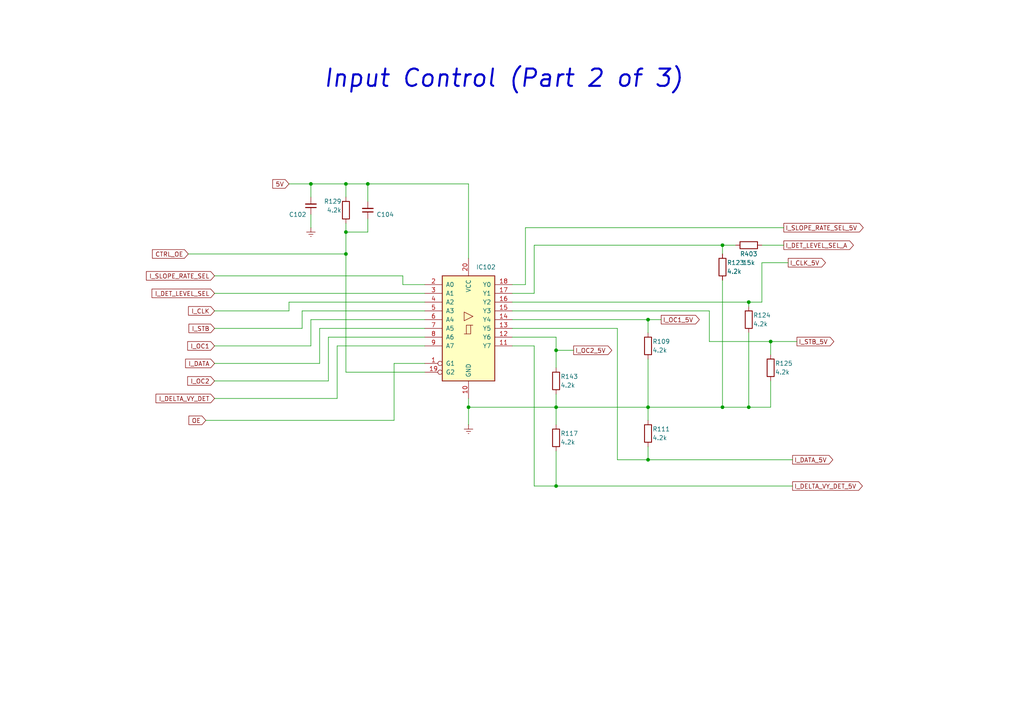
<source format=kicad_sch>
(kicad_sch (version 20231120) (generator "eeschema") (generator_version "8.0")
  (paper "A4")
  (title_block (title "Y BOARD LG PLASMA TV PANEL") (date "2025-03-24") (rev "1.0") (comment 1 "Author: Fábio Pereira da Silva") (comment 2 "Input Control (Part 2 of 3)"))
  (lib_symbols
    (symbol "74xx:74AHC541" (pin_names (offset 1.016))
      (property "Reference" "U" (at -7.62 16.51 0))
      (property "Value" "74AHC541" (at -7.62 -16.51 0))
      (symbol "74AHC541_1_0"
        (polyline (pts (xy -0.635 -1.6002) (xy -0.635 0.9398) (xy 0.635 0.9398)))
        (polyline (pts (xy -1.27 -1.6002) (xy 0.635 -1.6002) (xy 0.635 0.9398) (xy 1.27 0.9398)))
        (polyline (pts (xy 1.27 3.4798) (xy -1.27 4.7498) (xy -1.27 2.2098) (xy 1.27 3.4798)) (stroke (width 0.1524)))
        (pin input inverted (at -12.7 -10.16 0) (length 5.08) (name "G1") (number "1"))
        (pin power_in line (at 0 -20.32 90) (length 5.08) (name "GND") (number "10"))
        (pin tri_state line (at 12.7 -5.08 180) (length 5.08) (name "Y7") (number "11"))
        (pin tri_state line (at 12.7 -2.54 180) (length 5.08) (name "Y6") (number "12"))
        (pin tri_state line (at 12.7 0 180) (length 5.08) (name "Y5") (number "13"))
        (pin tri_state line (at 12.7 2.54 180) (length 5.08) (name "Y4") (number "14"))
        (pin tri_state line (at 12.7 5.08 180) (length 5.08) (name "Y3") (number "15"))
        (pin tri_state line (at 12.7 7.62 180) (length 5.08) (name "Y2") (number "16"))
        (pin tri_state line (at 12.7 10.16 180) (length 5.08) (name "Y1") (number "17"))
        (pin tri_state line (at 12.7 12.7 180) (length 5.08) (name "Y0") (number "18"))
        (pin input inverted (at -12.7 -12.7 0) (length 5.08) (name "G2") (number "19"))
        (pin input line (at -12.7 12.7 0) (length 5.08) (name "A0") (number "2"))
        (pin power_in line (at 0 20.32 270) (length 5.08) (name "VCC") (number "20"))
        (pin input line (at -12.7 10.16 0) (length 5.08) (name "A1") (number "3"))
        (pin input line (at -12.7 7.62 0) (length 5.08) (name "A2") (number "4"))
        (pin input line (at -12.7 5.08 0) (length 5.08) (name "A3") (number "5"))
        (pin input line (at -12.7 2.54 0) (length 5.08) (name "A4") (number "6"))
        (pin input line (at -12.7 0 0) (length 5.08) (name "A5") (number "7"))
        (pin input line (at -12.7 -2.54 0) (length 5.08) (name "A6") (number "8"))
        (pin input line (at -12.7 -5.08 0) (length 5.08) (name "A7") (number "9"))
      )
      (symbol "74AHC541_1_1"
        (rectangle (start -7.62 15.24) (end 7.62 -15.24) (stroke (width 0.254)) (fill (type background)))
      )
    )
    (symbol "Device:C_Small" (pin_numbers hide) (pin_names (offset 0.254) hide)
      (property "Reference" "C" (at 0.254 1.778 0))
      (property "Value" "C_Small" (at 0.254 -2.032 0))
      (symbol "C_Small_0_1"
        (polyline (pts (xy -1.524 -0.508) (xy 1.524 -0.508)) (stroke (width 0.3302)))
        (polyline (pts (xy -1.524 0.508) (xy 1.524 0.508)) (stroke (width 0.3048)))
      )
      (symbol "C_Small_1_1"
        (pin passive line (at 0 2.54 270) (length 2.032) (name "~") (number "1"))
        (pin passive line (at 0 -2.54 90) (length 2.032) (name "~") (number "2"))
      )
    )
    (symbol "Device:R" (pin_numbers hide) (pin_names (offset 0))
      (property "Reference" "R" (at 2.032 0 90))
      (property "Value" "R" (at 0 0 90))
      (symbol "R_0_1"
        (rectangle (start -1.016 -2.54) (end 1.016 2.54) (stroke (width 0.254)))
      )
      (symbol "R_1_1"
        (pin passive line (at 0 3.81 270) (length 1.27) (name "~") (number "1"))
        (pin passive line (at 0 -3.81 90) (length 1.27) (name "~") (number "2"))
      )
    )
    (symbol "power:Earth" (power) (pin_numbers hide) (pin_names (offset 0) hide)
      (property "Value" "Earth" (at 0 -3.81 0))
      (symbol "Earth_0_1"
        (polyline (pts (xy -0.635 -1.905) (xy 0.635 -1.905)))
        (polyline (pts (xy -0.127 -2.54) (xy 0.127 -2.54)))
        (polyline (pts (xy 0 -1.27) (xy 0 0)))
        (polyline (pts (xy 1.27 -1.27) (xy -1.27 -1.27)))
      )
      (symbol "Earth_1_1"
        (pin power_in line (at 0 0 270) (length 0) (name "~") (number "1"))
      )
    )
  )
  (junction (at 161.29 101.6))
  (junction (at 100.33 53.34))
  (junction (at 217.17 87.63))
  (junction (at 217.17 118.11))
  (junction (at 209.55 71.12))
  (junction (at 223.52 99.06))
  (junction (at 161.29 140.97))
  (junction (at 187.96 92.71))
  (junction (at 106.68 53.34))
  (junction (at 187.96 133.35))
  (junction (at 100.33 67.31))
  (junction (at 135.89 118.11))
  (junction (at 187.96 118.11))
  (junction (at 100.33 73.66))
  (junction (at 90.17 53.34))
  (junction (at 161.29 118.11))
  (junction (at 209.55 118.11))
  (wire (pts (xy 179.07 133.35) (xy 179.07 95.25)))
  (wire (pts (xy 116.84 80.01) (xy 116.84 82.55)))
  (wire (pts (xy 54.61 73.66) (xy 100.33 73.66)))
  (wire (pts (xy 100.33 67.31) (xy 100.33 73.66)))
  (wire (pts (xy 148.59 87.63) (xy 217.17 87.63)))
  (wire (pts (xy 223.52 110.49) (xy 223.52 118.11)))
  (wire (pts (xy 135.89 118.11) (xy 161.29 118.11)))
  (wire (pts (xy 161.29 118.11) (xy 161.29 123.19)))
  (wire (pts (xy 229.87 133.35) (xy 187.96 133.35)))
  (wire (pts (xy 187.96 133.35) (xy 187.96 129.54)))
  (wire (pts (xy 209.55 71.12) (xy 209.55 73.66)))
  (wire (pts (xy 114.3 121.92) (xy 114.3 105.41)))
  (wire (pts (xy 83.82 53.34) (xy 90.17 53.34)))
  (wire (pts (xy 97.79 100.33) (xy 123.19 100.33)))
  (wire (pts (xy 187.96 118.11) (xy 209.55 118.11)))
  (wire (pts (xy 161.29 106.68) (xy 161.29 101.6)))
  (wire (pts (xy 100.33 73.66) (xy 100.33 107.95)))
  (wire (pts (xy 148.59 97.79) (xy 161.29 97.79)))
  (wire (pts (xy 100.33 67.31) (xy 100.33 64.77)))
  (wire (pts (xy 116.84 82.55) (xy 123.19 82.55)))
  (wire (pts (xy 87.63 90.17) (xy 123.19 90.17)))
  (wire (pts (xy 205.74 99.06) (xy 223.52 99.06)))
  (wire (pts (xy 95.25 110.49) (xy 95.25 97.79)))
  (wire (pts (xy 209.55 81.28) (xy 209.55 118.11)))
  (wire (pts (xy 62.23 110.49) (xy 95.25 110.49)))
  (wire (pts (xy 114.3 105.41) (xy 123.19 105.41)))
  (wire (pts (xy 217.17 88.9) (xy 217.17 87.63)))
  (wire (pts (xy 187.96 92.71) (xy 187.96 96.52)))
  (wire (pts (xy 87.63 95.25) (xy 87.63 90.17)))
  (wire (pts (xy 161.29 97.79) (xy 161.29 101.6)))
  (wire (pts (xy 59.69 121.92) (xy 114.3 121.92)))
  (wire (pts (xy 62.23 100.33) (xy 90.17 100.33)))
  (wire (pts (xy 152.4 82.55) (xy 148.59 82.55)))
  (wire (pts (xy 106.68 53.34) (xy 135.89 53.34)))
  (wire (pts (xy 123.19 95.25) (xy 92.71 95.25)))
  (wire (pts (xy 209.55 118.11) (xy 217.17 118.11)))
  (wire (pts (xy 83.82 90.17) (xy 83.82 87.63)))
  (wire (pts (xy 135.89 53.34) (xy 135.89 74.93)))
  (wire (pts (xy 220.98 71.12) (xy 227.33 71.12)))
  (wire (pts (xy 106.68 67.31) (xy 100.33 67.31)))
  (wire (pts (xy 95.25 97.79) (xy 123.19 97.79)))
  (wire (pts (xy 154.94 100.33) (xy 148.59 100.33)))
  (wire (pts (xy 100.33 53.34) (xy 106.68 53.34)))
  (wire (pts (xy 187.96 92.71) (xy 148.59 92.71)))
  (wire (pts (xy 154.94 85.09) (xy 154.94 71.12)))
  (wire (pts (xy 187.96 118.11) (xy 187.96 121.92)))
  (wire (pts (xy 62.23 85.09) (xy 123.19 85.09)))
  (wire (pts (xy 217.17 96.52) (xy 217.17 118.11)))
  (wire (pts (xy 187.96 104.14) (xy 187.96 118.11)))
  (wire (pts (xy 106.68 63.5) (xy 106.68 67.31)))
  (wire (pts (xy 97.79 115.57) (xy 97.79 100.33)))
  (wire (pts (xy 161.29 130.81) (xy 161.29 140.97)))
  (wire (pts (xy 220.98 87.63) (xy 217.17 87.63)))
  (wire (pts (xy 223.52 99.06) (xy 223.52 102.87)))
  (wire (pts (xy 220.98 76.2) (xy 220.98 87.63)))
  (wire (pts (xy 135.89 115.57) (xy 135.89 118.11)))
  (wire (pts (xy 83.82 87.63) (xy 123.19 87.63)))
  (wire (pts (xy 62.23 95.25) (xy 87.63 95.25)))
  (wire (pts (xy 148.59 85.09) (xy 154.94 85.09)))
  (wire (pts (xy 227.33 66.04) (xy 152.4 66.04)))
  (wire (pts (xy 161.29 118.11) (xy 187.96 118.11)))
  (wire (pts (xy 100.33 53.34) (xy 100.33 57.15)))
  (wire (pts (xy 205.74 90.17) (xy 148.59 90.17)))
  (wire (pts (xy 135.89 118.11) (xy 135.89 123.19)))
  (wire (pts (xy 106.68 53.34) (xy 106.68 58.42)))
  (wire (pts (xy 213.36 71.12) (xy 209.55 71.12)))
  (wire (pts (xy 223.52 118.11) (xy 217.17 118.11)))
  (wire (pts (xy 231.14 99.06) (xy 223.52 99.06)))
  (wire (pts (xy 90.17 100.33) (xy 90.17 92.71)))
  (wire (pts (xy 152.4 66.04) (xy 152.4 82.55)))
  (wire (pts (xy 220.98 76.2) (xy 228.6 76.2)))
  (wire (pts (xy 100.33 107.95) (xy 123.19 107.95)))
  (wire (pts (xy 62.23 80.01) (xy 116.84 80.01)))
  (wire (pts (xy 205.74 99.06) (xy 205.74 90.17)))
  (wire (pts (xy 161.29 114.3) (xy 161.29 118.11)))
  (wire (pts (xy 90.17 62.23) (xy 90.17 66.04)))
  (wire (pts (xy 191.77 92.71) (xy 187.96 92.71)))
  (wire (pts (xy 92.71 105.41) (xy 62.23 105.41)))
  (wire (pts (xy 90.17 53.34) (xy 90.17 57.15)))
  (wire (pts (xy 161.29 140.97) (xy 154.94 140.97)))
  (wire (pts (xy 154.94 71.12) (xy 209.55 71.12)))
  (wire (pts (xy 62.23 90.17) (xy 83.82 90.17)))
  (wire (pts (xy 90.17 53.34) (xy 100.33 53.34)))
  (wire (pts (xy 62.23 115.57) (xy 97.79 115.57)))
  (wire (pts (xy 161.29 101.6) (xy 166.37 101.6)))
  (wire (pts (xy 229.87 140.97) (xy 161.29 140.97)))
  (wire (pts (xy 92.71 95.25) (xy 92.71 105.41)))
  (wire (pts (xy 154.94 140.97) (xy 154.94 100.33)))
  (wire (pts (xy 187.96 133.35) (xy 179.07 133.35)))
  (wire (pts (xy 90.17 92.71) (xy 123.19 92.71)))
  (wire (pts (xy 179.07 95.25) (xy 148.59 95.25)))
  (text "Input Control (Part 2 of 3)" (at 146.05 22.86 0) (effects (font (size 5 5) (thickness 0.6) (bold yes) (italic yes))))
  (global_label "I_OC1_5V" (shape output) (at 191.77 92.71 0) (property "Intersheetrefs" "${INTERSHEET_REFS}" (effects (hide yes))))
  (global_label "CTRL_OE" (shape input) (at 54.61 73.66 180) (property "Intersheetrefs" "${INTERSHEET_REFS}" (effects (hide yes))))
  (global_label "I_OC2" (shape input) (at 62.23 110.49 180) (property "Intersheetrefs" "${INTERSHEET_REFS}" (effects (hide yes))))
  (global_label "I_OC2_5V" (shape output) (at 166.37 101.6 0) (property "Intersheetrefs" "${INTERSHEET_REFS}" (effects (hide yes))))
  (global_label "I_CLK_5V" (shape output) (at 228.6 76.2 0) (property "Intersheetrefs" "${INTERSHEET_REFS}" (effects (hide yes))))
  (global_label "I_SLOPE_RATE_SEL" (shape input) (at 62.23 80.01 180) (property "Intersheetrefs" "${INTERSHEET_REFS}" (effects (hide yes))))
  (global_label "OE" (shape input) (at 59.69 121.92 180) (property "Intersheetrefs" "${INTERSHEET_REFS}" (effects (hide yes))))
  (global_label "I_STB" (shape input) (at 62.23 95.25 180) (property "Intersheetrefs" "${INTERSHEET_REFS}" (effects (hide yes))))
  (global_label "I_SLOPE_RATE_SEL_5V" (shape output) (at 227.33 66.04 0) (property "Intersheetrefs" "${INTERSHEET_REFS}" (effects (hide yes))))
  (global_label "I_STB_5V" (shape output) (at 231.14 99.06 0) (property "Intersheetrefs" "${INTERSHEET_REFS}" (effects (hide yes))))
  (global_label "I_DELTA_VY_DET_5V" (shape output) (at 229.87 140.97 0) (property "Intersheetrefs" "${INTERSHEET_REFS}" (effects (hide yes))))
  (global_label "I_DATA_5V" (shape output) (at 229.87 133.35 0) (property "Intersheetrefs" "${INTERSHEET_REFS}" (effects (hide yes))))
  (global_label "I_DET_LEVEL_SEL" (shape input) (at 62.23 85.09 180) (property "Intersheetrefs" "${INTERSHEET_REFS}" (effects (hide yes))))
  (global_label "I_OC1" (shape input) (at 62.23 100.33 180) (property "Intersheetrefs" "${INTERSHEET_REFS}" (effects (hide yes))))
  (global_label "5V" (shape input) (at 83.82 53.34 180) (property "Intersheetrefs" "${INTERSHEET_REFS}" (effects (hide yes))))
  (global_label "I_DATA" (shape input) (at 62.23 105.41 180) (property "Intersheetrefs" "${INTERSHEET_REFS}" (effects (hide yes))))
  (global_label "I_DELTA_VY_DET" (shape input) (at 62.23 115.57 180) (property "Intersheetrefs" "${INTERSHEET_REFS}" (effects (hide yes))))
  (global_label "I_CLK" (shape input) (at 62.23 90.17 180) (property "Intersheetrefs" "${INTERSHEET_REFS}" (effects (hide yes))))
  (global_label "I_DET_LEVEL_SEL_A" (shape output) (at 227.33 71.12 0) (property "Intersheetrefs" "${INTERSHEET_REFS}" (effects (hide yes))))
  (symbol (lib_id "power:Earth") (at 135.89 123.19 0) (unit 1)
    (property "Reference" "#PWR30" (effects (hide yes)))
    (property "Value" "Earth" (effects (hide yes)))
    (property "Description" "Power symbol creates a global label with name \"Earth\"" (effects (hide yes)))
  )
  (symbol (lib_id "Device:C_Small") (at 90.17 59.69 180) (unit 1)
    (property "Reference" "C102" (at 88.9 62.23 0) (effects (justify left)))
    (property "Value" "C_Small" (effects (hide yes)))
    (property "Description" "Unpolarized capacitor, small symbol" (effects (hide yes)))
  )
  (symbol (lib_id "Device:R") (at 217.17 71.12 90) (unit 1)
    (property "Reference" "R403" (at 217.17 73.66 90))
    (property "Value" "15k" (at 217.17 76.2 90))
    (property "Description" "Resistor" (effects (hide yes)))
  )
  (symbol (lib_id "Device:R") (at 161.29 110.49 0) (unit 1)
    (property "Reference" "R143" (at 162.56 109.22 0) (effects (justify left)))
    (property "Value" "4.2k" (at 162.56 111.76 0) (effects (justify left)))
    (property "Description" "Resistor" (effects (hide yes)))
  )
  (symbol (lib_id "Device:C_Small") (at 106.68 60.96 180) (unit 1)
    (property "Reference" "C104" (at 114.3 62.23 0) (effects (justify left)))
    (property "Value" "C_Small" (effects (hide yes)))
    (property "Description" "Unpolarized capacitor, small symbol" (effects (hide yes)))
  )
  (symbol (lib_id "Device:R") (at 187.96 125.73 0) (unit 1)
    (property "Reference" "R111" (at 189.23 124.46 0) (effects (justify left)))
    (property "Value" "4.2k" (at 189.23 127 0) (effects (justify left)))
    (property "Description" "Resistor" (effects (hide yes)))
  )
  (symbol (lib_id "Device:R") (at 217.17 92.71 0) (unit 1)
    (property "Reference" "R124" (at 218.44 91.44 0) (effects (justify left)))
    (property "Value" "4.2k" (at 218.44 93.98 0) (effects (justify left)))
    (property "Description" "Resistor" (effects (hide yes)))
  )
  (symbol (lib_id "Device:R") (at 187.96 100.33 0) (unit 1)
    (property "Reference" "R109" (at 189.23 99.06 0) (effects (justify left)))
    (property "Value" "4.2k" (at 189.23 101.6 0) (effects (justify left)))
    (property "Description" "Resistor" (effects (hide yes)))
  )
  (symbol (lib_id "Device:R") (at 223.52 106.68 0) (unit 1)
    (property "Reference" "R125" (at 224.79 105.41 0) (effects (justify left)))
    (property "Value" "4.2k" (at 224.79 107.95 0) (effects (justify left)))
    (property "Description" "Resistor" (effects (hide yes)))
  )
  (symbol (lib_id "power:Earth") (at 90.17 66.04 0) (unit 1)
    (property "Reference" "#PWR31" (effects (hide yes)))
    (property "Value" "Earth" (effects (hide yes)))
    (property "Description" "Power symbol creates a global label with name \"Earth\"" (effects (hide yes)))
  )
  (symbol (lib_id "Device:R") (at 100.33 60.96 180) (unit 1)
    (property "Reference" "R129" (at 99.06 58.42 0) (effects (justify left)))
    (property "Value" "4.2k" (at 99.06 60.96 0) (effects (justify left)))
    (property "Description" "Resistor" (effects (hide yes)))
  )
  (symbol (lib_id "Device:R") (at 209.55 77.47 0) (unit 1)
    (property "Reference" "R123" (at 210.82 76.2 0) (effects (justify left)))
    (property "Value" "4.2k" (at 210.82 78.74 0) (effects (justify left)))
    (property "Description" "Resistor" (effects (hide yes)))
  )
  (symbol (lib_id "Device:R") (at 161.29 127 0) (unit 1)
    (property "Reference" "R117" (at 162.56 125.73 0) (effects (justify left)))
    (property "Value" "4.2k" (at 162.56 128.27 0) (effects (justify left)))
    (property "Description" "Resistor" (effects (hide yes)))
  )
  (symbol (lib_id "74xx:74AHC541") (at 135.89 95.25 0) (unit 1)
    (property "Reference" "IC102" (at 138.0841 77.47 0) (effects (justify left)))
    (property "Value" "74AHC541" (effects (hide yes)))
    (property "Datasheet" "https://www.ti.com/lit/ds/symlink/sn74ahc541.pdf" (effects (hide yes)))
    (property "Description" "8-bit Buffer/Line Driver 3-state outputs" (effects (hide yes)))
  )
)
</source>
